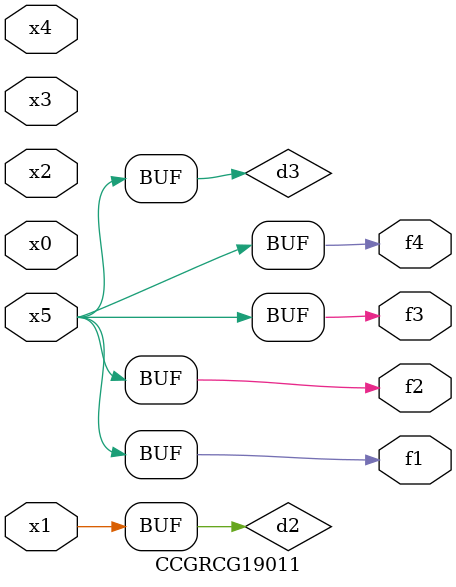
<source format=v>
module CCGRCG19011(
	input x0, x1, x2, x3, x4, x5,
	output f1, f2, f3, f4
);

	wire d1, d2, d3;

	not (d1, x5);
	or (d2, x1);
	xnor (d3, d1);
	assign f1 = d3;
	assign f2 = d3;
	assign f3 = d3;
	assign f4 = d3;
endmodule

</source>
